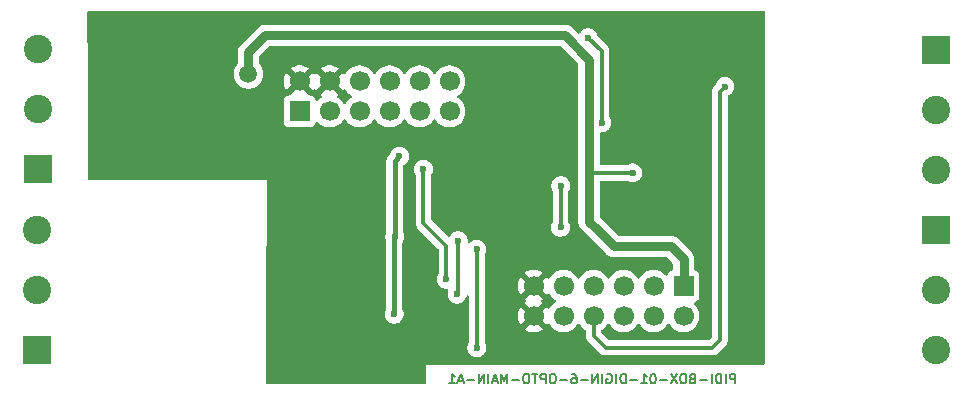
<source format=gbr>
%TF.GenerationSoftware,KiCad,Pcbnew,9.0.6*%
%TF.CreationDate,2025-12-26T20:16:36+00:00*%
%TF.ProjectId,PIDI-BOX-01-DIGIN-6-OPTO-MAIN-A1,50494449-2d42-44f5-982d-30312d444947,rev?*%
%TF.SameCoordinates,Original*%
%TF.FileFunction,Copper,L2,Bot*%
%TF.FilePolarity,Positive*%
%FSLAX46Y46*%
G04 Gerber Fmt 4.6, Leading zero omitted, Abs format (unit mm)*
G04 Created by KiCad (PCBNEW 9.0.6) date 2025-12-26 20:16:36*
%MOMM*%
%LPD*%
G01*
G04 APERTURE LIST*
%ADD10C,0.150000*%
%TA.AperFunction,NonConductor*%
%ADD11C,0.150000*%
%TD*%
%TA.AperFunction,ComponentPad*%
%ADD12R,2.400000X2.400000*%
%TD*%
%TA.AperFunction,ComponentPad*%
%ADD13C,2.400000*%
%TD*%
%TA.AperFunction,ComponentPad*%
%ADD14R,1.700000X1.700000*%
%TD*%
%TA.AperFunction,ComponentPad*%
%ADD15C,1.700000*%
%TD*%
%TA.AperFunction,ViaPad*%
%ADD16C,0.600000*%
%TD*%
%TA.AperFunction,ViaPad*%
%ADD17C,1.500000*%
%TD*%
%TA.AperFunction,ViaPad*%
%ADD18C,1.200000*%
%TD*%
%TA.AperFunction,Conductor*%
%ADD19C,0.800000*%
%TD*%
%TA.AperFunction,Conductor*%
%ADD20C,0.400000*%
%TD*%
%TA.AperFunction,Conductor*%
%ADD21C,0.300000*%
%TD*%
G04 APERTURE END LIST*
D10*
D11*
X170856039Y-88032295D02*
X170856039Y-87232295D01*
X170856039Y-87232295D02*
X170551277Y-87232295D01*
X170551277Y-87232295D02*
X170475087Y-87270390D01*
X170475087Y-87270390D02*
X170436992Y-87308485D01*
X170436992Y-87308485D02*
X170398896Y-87384676D01*
X170398896Y-87384676D02*
X170398896Y-87498961D01*
X170398896Y-87498961D02*
X170436992Y-87575152D01*
X170436992Y-87575152D02*
X170475087Y-87613247D01*
X170475087Y-87613247D02*
X170551277Y-87651342D01*
X170551277Y-87651342D02*
X170856039Y-87651342D01*
X170056039Y-88032295D02*
X170056039Y-87232295D01*
X169675087Y-88032295D02*
X169675087Y-87232295D01*
X169675087Y-87232295D02*
X169484611Y-87232295D01*
X169484611Y-87232295D02*
X169370325Y-87270390D01*
X169370325Y-87270390D02*
X169294135Y-87346580D01*
X169294135Y-87346580D02*
X169256040Y-87422771D01*
X169256040Y-87422771D02*
X169217944Y-87575152D01*
X169217944Y-87575152D02*
X169217944Y-87689438D01*
X169217944Y-87689438D02*
X169256040Y-87841819D01*
X169256040Y-87841819D02*
X169294135Y-87918009D01*
X169294135Y-87918009D02*
X169370325Y-87994200D01*
X169370325Y-87994200D02*
X169484611Y-88032295D01*
X169484611Y-88032295D02*
X169675087Y-88032295D01*
X168875087Y-88032295D02*
X168875087Y-87232295D01*
X168494135Y-87727533D02*
X167884612Y-87727533D01*
X167236993Y-87613247D02*
X167122707Y-87651342D01*
X167122707Y-87651342D02*
X167084612Y-87689438D01*
X167084612Y-87689438D02*
X167046516Y-87765628D01*
X167046516Y-87765628D02*
X167046516Y-87879914D01*
X167046516Y-87879914D02*
X167084612Y-87956104D01*
X167084612Y-87956104D02*
X167122707Y-87994200D01*
X167122707Y-87994200D02*
X167198897Y-88032295D01*
X167198897Y-88032295D02*
X167503659Y-88032295D01*
X167503659Y-88032295D02*
X167503659Y-87232295D01*
X167503659Y-87232295D02*
X167236993Y-87232295D01*
X167236993Y-87232295D02*
X167160802Y-87270390D01*
X167160802Y-87270390D02*
X167122707Y-87308485D01*
X167122707Y-87308485D02*
X167084612Y-87384676D01*
X167084612Y-87384676D02*
X167084612Y-87460866D01*
X167084612Y-87460866D02*
X167122707Y-87537057D01*
X167122707Y-87537057D02*
X167160802Y-87575152D01*
X167160802Y-87575152D02*
X167236993Y-87613247D01*
X167236993Y-87613247D02*
X167503659Y-87613247D01*
X166551278Y-87232295D02*
X166398897Y-87232295D01*
X166398897Y-87232295D02*
X166322707Y-87270390D01*
X166322707Y-87270390D02*
X166246516Y-87346580D01*
X166246516Y-87346580D02*
X166208421Y-87498961D01*
X166208421Y-87498961D02*
X166208421Y-87765628D01*
X166208421Y-87765628D02*
X166246516Y-87918009D01*
X166246516Y-87918009D02*
X166322707Y-87994200D01*
X166322707Y-87994200D02*
X166398897Y-88032295D01*
X166398897Y-88032295D02*
X166551278Y-88032295D01*
X166551278Y-88032295D02*
X166627469Y-87994200D01*
X166627469Y-87994200D02*
X166703659Y-87918009D01*
X166703659Y-87918009D02*
X166741755Y-87765628D01*
X166741755Y-87765628D02*
X166741755Y-87498961D01*
X166741755Y-87498961D02*
X166703659Y-87346580D01*
X166703659Y-87346580D02*
X166627469Y-87270390D01*
X166627469Y-87270390D02*
X166551278Y-87232295D01*
X165941755Y-87232295D02*
X165408421Y-88032295D01*
X165408421Y-87232295D02*
X165941755Y-88032295D01*
X165103659Y-87727533D02*
X164494136Y-87727533D01*
X163960802Y-87232295D02*
X163884612Y-87232295D01*
X163884612Y-87232295D02*
X163808421Y-87270390D01*
X163808421Y-87270390D02*
X163770326Y-87308485D01*
X163770326Y-87308485D02*
X163732231Y-87384676D01*
X163732231Y-87384676D02*
X163694136Y-87537057D01*
X163694136Y-87537057D02*
X163694136Y-87727533D01*
X163694136Y-87727533D02*
X163732231Y-87879914D01*
X163732231Y-87879914D02*
X163770326Y-87956104D01*
X163770326Y-87956104D02*
X163808421Y-87994200D01*
X163808421Y-87994200D02*
X163884612Y-88032295D01*
X163884612Y-88032295D02*
X163960802Y-88032295D01*
X163960802Y-88032295D02*
X164036993Y-87994200D01*
X164036993Y-87994200D02*
X164075088Y-87956104D01*
X164075088Y-87956104D02*
X164113183Y-87879914D01*
X164113183Y-87879914D02*
X164151279Y-87727533D01*
X164151279Y-87727533D02*
X164151279Y-87537057D01*
X164151279Y-87537057D02*
X164113183Y-87384676D01*
X164113183Y-87384676D02*
X164075088Y-87308485D01*
X164075088Y-87308485D02*
X164036993Y-87270390D01*
X164036993Y-87270390D02*
X163960802Y-87232295D01*
X162932231Y-88032295D02*
X163389374Y-88032295D01*
X163160802Y-88032295D02*
X163160802Y-87232295D01*
X163160802Y-87232295D02*
X163236993Y-87346580D01*
X163236993Y-87346580D02*
X163313183Y-87422771D01*
X163313183Y-87422771D02*
X163389374Y-87460866D01*
X162589373Y-87727533D02*
X161979850Y-87727533D01*
X161598897Y-88032295D02*
X161598897Y-87232295D01*
X161598897Y-87232295D02*
X161408421Y-87232295D01*
X161408421Y-87232295D02*
X161294135Y-87270390D01*
X161294135Y-87270390D02*
X161217945Y-87346580D01*
X161217945Y-87346580D02*
X161179850Y-87422771D01*
X161179850Y-87422771D02*
X161141754Y-87575152D01*
X161141754Y-87575152D02*
X161141754Y-87689438D01*
X161141754Y-87689438D02*
X161179850Y-87841819D01*
X161179850Y-87841819D02*
X161217945Y-87918009D01*
X161217945Y-87918009D02*
X161294135Y-87994200D01*
X161294135Y-87994200D02*
X161408421Y-88032295D01*
X161408421Y-88032295D02*
X161598897Y-88032295D01*
X160798897Y-88032295D02*
X160798897Y-87232295D01*
X159998898Y-87270390D02*
X160075088Y-87232295D01*
X160075088Y-87232295D02*
X160189374Y-87232295D01*
X160189374Y-87232295D02*
X160303660Y-87270390D01*
X160303660Y-87270390D02*
X160379850Y-87346580D01*
X160379850Y-87346580D02*
X160417945Y-87422771D01*
X160417945Y-87422771D02*
X160456041Y-87575152D01*
X160456041Y-87575152D02*
X160456041Y-87689438D01*
X160456041Y-87689438D02*
X160417945Y-87841819D01*
X160417945Y-87841819D02*
X160379850Y-87918009D01*
X160379850Y-87918009D02*
X160303660Y-87994200D01*
X160303660Y-87994200D02*
X160189374Y-88032295D01*
X160189374Y-88032295D02*
X160113183Y-88032295D01*
X160113183Y-88032295D02*
X159998898Y-87994200D01*
X159998898Y-87994200D02*
X159960802Y-87956104D01*
X159960802Y-87956104D02*
X159960802Y-87689438D01*
X159960802Y-87689438D02*
X160113183Y-87689438D01*
X159617945Y-88032295D02*
X159617945Y-87232295D01*
X159236993Y-88032295D02*
X159236993Y-87232295D01*
X159236993Y-87232295D02*
X158779850Y-88032295D01*
X158779850Y-88032295D02*
X158779850Y-87232295D01*
X158398898Y-87727533D02*
X157789375Y-87727533D01*
X157065565Y-87232295D02*
X157217946Y-87232295D01*
X157217946Y-87232295D02*
X157294137Y-87270390D01*
X157294137Y-87270390D02*
X157332232Y-87308485D01*
X157332232Y-87308485D02*
X157408422Y-87422771D01*
X157408422Y-87422771D02*
X157446518Y-87575152D01*
X157446518Y-87575152D02*
X157446518Y-87879914D01*
X157446518Y-87879914D02*
X157408422Y-87956104D01*
X157408422Y-87956104D02*
X157370327Y-87994200D01*
X157370327Y-87994200D02*
X157294137Y-88032295D01*
X157294137Y-88032295D02*
X157141756Y-88032295D01*
X157141756Y-88032295D02*
X157065565Y-87994200D01*
X157065565Y-87994200D02*
X157027470Y-87956104D01*
X157027470Y-87956104D02*
X156989375Y-87879914D01*
X156989375Y-87879914D02*
X156989375Y-87689438D01*
X156989375Y-87689438D02*
X157027470Y-87613247D01*
X157027470Y-87613247D02*
X157065565Y-87575152D01*
X157065565Y-87575152D02*
X157141756Y-87537057D01*
X157141756Y-87537057D02*
X157294137Y-87537057D01*
X157294137Y-87537057D02*
X157370327Y-87575152D01*
X157370327Y-87575152D02*
X157408422Y-87613247D01*
X157408422Y-87613247D02*
X157446518Y-87689438D01*
X156646517Y-87727533D02*
X156036994Y-87727533D01*
X155503660Y-87232295D02*
X155351279Y-87232295D01*
X155351279Y-87232295D02*
X155275089Y-87270390D01*
X155275089Y-87270390D02*
X155198898Y-87346580D01*
X155198898Y-87346580D02*
X155160803Y-87498961D01*
X155160803Y-87498961D02*
X155160803Y-87765628D01*
X155160803Y-87765628D02*
X155198898Y-87918009D01*
X155198898Y-87918009D02*
X155275089Y-87994200D01*
X155275089Y-87994200D02*
X155351279Y-88032295D01*
X155351279Y-88032295D02*
X155503660Y-88032295D01*
X155503660Y-88032295D02*
X155579851Y-87994200D01*
X155579851Y-87994200D02*
X155656041Y-87918009D01*
X155656041Y-87918009D02*
X155694137Y-87765628D01*
X155694137Y-87765628D02*
X155694137Y-87498961D01*
X155694137Y-87498961D02*
X155656041Y-87346580D01*
X155656041Y-87346580D02*
X155579851Y-87270390D01*
X155579851Y-87270390D02*
X155503660Y-87232295D01*
X154817946Y-88032295D02*
X154817946Y-87232295D01*
X154817946Y-87232295D02*
X154513184Y-87232295D01*
X154513184Y-87232295D02*
X154436994Y-87270390D01*
X154436994Y-87270390D02*
X154398899Y-87308485D01*
X154398899Y-87308485D02*
X154360803Y-87384676D01*
X154360803Y-87384676D02*
X154360803Y-87498961D01*
X154360803Y-87498961D02*
X154398899Y-87575152D01*
X154398899Y-87575152D02*
X154436994Y-87613247D01*
X154436994Y-87613247D02*
X154513184Y-87651342D01*
X154513184Y-87651342D02*
X154817946Y-87651342D01*
X154132232Y-87232295D02*
X153675089Y-87232295D01*
X153903661Y-88032295D02*
X153903661Y-87232295D01*
X153256041Y-87232295D02*
X153103660Y-87232295D01*
X153103660Y-87232295D02*
X153027470Y-87270390D01*
X153027470Y-87270390D02*
X152951279Y-87346580D01*
X152951279Y-87346580D02*
X152913184Y-87498961D01*
X152913184Y-87498961D02*
X152913184Y-87765628D01*
X152913184Y-87765628D02*
X152951279Y-87918009D01*
X152951279Y-87918009D02*
X153027470Y-87994200D01*
X153027470Y-87994200D02*
X153103660Y-88032295D01*
X153103660Y-88032295D02*
X153256041Y-88032295D01*
X153256041Y-88032295D02*
X153332232Y-87994200D01*
X153332232Y-87994200D02*
X153408422Y-87918009D01*
X153408422Y-87918009D02*
X153446518Y-87765628D01*
X153446518Y-87765628D02*
X153446518Y-87498961D01*
X153446518Y-87498961D02*
X153408422Y-87346580D01*
X153408422Y-87346580D02*
X153332232Y-87270390D01*
X153332232Y-87270390D02*
X153256041Y-87232295D01*
X152570327Y-87727533D02*
X151960804Y-87727533D01*
X151579851Y-88032295D02*
X151579851Y-87232295D01*
X151579851Y-87232295D02*
X151313185Y-87803723D01*
X151313185Y-87803723D02*
X151046518Y-87232295D01*
X151046518Y-87232295D02*
X151046518Y-88032295D01*
X150703661Y-87803723D02*
X150322708Y-87803723D01*
X150779851Y-88032295D02*
X150513184Y-87232295D01*
X150513184Y-87232295D02*
X150246518Y-88032295D01*
X149979851Y-88032295D02*
X149979851Y-87232295D01*
X149598899Y-88032295D02*
X149598899Y-87232295D01*
X149598899Y-87232295D02*
X149141756Y-88032295D01*
X149141756Y-88032295D02*
X149141756Y-87232295D01*
X148760804Y-87727533D02*
X148151281Y-87727533D01*
X147808424Y-87803723D02*
X147427471Y-87803723D01*
X147884614Y-88032295D02*
X147617947Y-87232295D01*
X147617947Y-87232295D02*
X147351281Y-88032295D01*
X146665567Y-88032295D02*
X147122710Y-88032295D01*
X146894138Y-88032295D02*
X146894138Y-87232295D01*
X146894138Y-87232295D02*
X146970329Y-87346580D01*
X146970329Y-87346580D02*
X147046519Y-87422771D01*
X147046519Y-87422771D02*
X147122710Y-87460866D01*
D12*
%TO.P,J1,1,1*%
%TO.N,Net-(J1-Pad1)*%
X187883800Y-75031600D03*
D13*
%TO.P,J1,2,2*%
%TO.N,Net-(IC1-Pad2)*%
X187883800Y-80111600D03*
%TO.P,J1,3,3*%
%TO.N,Net-(J1-Pad3)*%
X187883800Y-85191600D03*
%TD*%
D12*
%TO.P,J4,1,1*%
%TO.N,Net-(J4-Pad1)*%
X111788600Y-85158000D03*
D13*
%TO.P,J4,2,2*%
%TO.N,Net-(J4-Pad2)*%
X111788600Y-80078000D03*
%TO.P,J4,3,3*%
%TO.N,Net-(J4-Pad3)*%
X111788600Y-74998000D03*
%TD*%
D12*
%TO.P,J3,1,1*%
%TO.N,Net-(IC4-Pad1)*%
X111810800Y-69875400D03*
D13*
%TO.P,J3,2,2*%
%TO.N,GND*%
X111810800Y-64795400D03*
%TO.P,J3,3,3*%
%TO.N,Net-(D2-A)*%
X111810800Y-59715400D03*
%TD*%
D14*
%TO.P,J5,1,Pin_1*%
%TO.N,+12V*%
X133985000Y-64998600D03*
D15*
%TO.P,J5,2,Pin_2*%
%TO.N,GND*%
X133985000Y-62458600D03*
%TO.P,J5,3,Pin_3*%
%TO.N,unconnected-(J5-Pin_3-Pad3)*%
X136525000Y-64998600D03*
%TO.P,J5,4,Pin_4*%
%TO.N,GND*%
X136525000Y-62458600D03*
%TO.P,J5,5,Pin_5*%
%TO.N,P1*%
X139065000Y-64998600D03*
%TO.P,J5,6,Pin_6*%
%TO.N,P0*%
X139065000Y-62458600D03*
%TO.P,J5,7,Pin_7*%
%TO.N,P5*%
X141605000Y-64998600D03*
%TO.P,J5,8,Pin_8*%
%TO.N,P2*%
X141605000Y-62458600D03*
%TO.P,J5,9,Pin_9*%
%TO.N,unconnected-(J5-Pin_9-Pad9)*%
X144145000Y-64998600D03*
%TO.P,J5,10,Pin_10*%
%TO.N,unconnected-(J5-Pin_10-Pad10)*%
X144145000Y-62458600D03*
%TO.P,J5,11,Pin_11*%
%TO.N,P4*%
X146685000Y-64998600D03*
%TO.P,J5,12,Pin_12*%
%TO.N,P3*%
X146685000Y-62458600D03*
%TD*%
D12*
%TO.P,J2,1,1*%
%TO.N,Net-(IC3-Pad2)*%
X187833800Y-59781600D03*
D13*
%TO.P,J2,2,2*%
%TO.N,Net-(J2-Pad2)*%
X187833800Y-64861600D03*
%TO.P,J2,3,3*%
%TO.N,Net-(IC2-Pad2)*%
X187833800Y-69941600D03*
%TD*%
D14*
%TO.P,J6,1,Pin_1*%
%TO.N,+12V*%
X166497000Y-79781400D03*
D15*
%TO.P,J6,2,Pin_2*%
%TO.N,S6*%
X166497000Y-82321400D03*
%TO.P,J6,3,Pin_3*%
%TO.N,unconnected-(J6-Pin_3-Pad3)*%
X163957000Y-79781400D03*
%TO.P,J6,4,Pin_4*%
%TO.N,S5*%
X163957000Y-82321400D03*
%TO.P,J6,5,Pin_5*%
%TO.N,unconnected-(J6-Pin_5-Pad5)*%
X161417000Y-79781400D03*
%TO.P,J6,6,Pin_6*%
%TO.N,S4*%
X161417000Y-82321400D03*
%TO.P,J6,7,Pin_7*%
%TO.N,unconnected-(J6-Pin_7-Pad7)*%
X158877000Y-79781400D03*
%TO.P,J6,8,Pin_8*%
%TO.N,S3*%
X158877000Y-82321400D03*
%TO.P,J6,9,Pin_9*%
%TO.N,S1*%
X156337000Y-79781400D03*
%TO.P,J6,10,Pin_10*%
%TO.N,S2*%
X156337000Y-82321400D03*
%TO.P,J6,11,Pin_11*%
%TO.N,GND*%
X153797000Y-79781400D03*
%TO.P,J6,12,Pin_12*%
X153797000Y-82321400D03*
%TD*%
D16*
%TO.N,+12V*%
X141991600Y-82169000D03*
X158496000Y-62941200D03*
X162179000Y-70205600D03*
X142042400Y-75595000D03*
X142448800Y-68808600D03*
X158496000Y-64973200D03*
X140614400Y-58547000D03*
D17*
X129660400Y-61823600D03*
D16*
X159156400Y-74980800D03*
X163855400Y-76428600D03*
%TO.N,GND*%
X139019800Y-71653400D03*
X132384800Y-77266800D03*
D18*
X117729000Y-66090800D03*
D16*
X141432800Y-86029800D03*
X132334000Y-87477600D03*
X163703000Y-72047600D03*
X132410200Y-82423000D03*
X171754800Y-67505600D03*
X137953000Y-80035400D03*
X170484800Y-59994800D03*
X131572000Y-69570600D03*
X171881800Y-77647800D03*
%TO.N,S6*%
X146405600Y-79207600D03*
X144475000Y-69875000D03*
%TO.N,S3*%
X170002200Y-62890400D03*
%TO.N,S2*%
X156083000Y-74803000D03*
X156108400Y-71297800D03*
%TO.N,P3*%
X148996400Y-76657200D03*
X148996400Y-85013800D03*
%TO.N,P1*%
X159575000Y-65938400D03*
X158425000Y-58750200D03*
%TO.N,P4*%
X147421600Y-75946000D03*
X147320000Y-80492600D03*
%TD*%
D19*
%TO.N,+12V*%
X163855400Y-76428600D02*
X165430200Y-76428600D01*
D20*
X141991600Y-75645800D02*
X141991600Y-82169000D01*
D19*
X158496000Y-60604400D02*
X158496000Y-62941200D01*
X129641600Y-59994800D02*
X131089400Y-58547000D01*
X129660400Y-61823600D02*
X129641600Y-61804800D01*
X165430200Y-76428600D02*
X166497000Y-77495400D01*
D21*
X162179000Y-70205600D02*
X158546800Y-70205600D01*
D19*
X159156400Y-74980800D02*
X160604200Y-76428600D01*
D20*
X142042400Y-75595000D02*
X141991600Y-75645800D01*
X142042400Y-75595000D02*
X142042400Y-69215000D01*
D19*
X129641600Y-61804800D02*
X129641600Y-59994800D01*
X158496000Y-74320400D02*
X158496000Y-70154800D01*
X156438600Y-58547000D02*
X158496000Y-60604400D01*
X158496000Y-62941200D02*
X158496000Y-67183000D01*
X140614400Y-58547000D02*
X156438600Y-58547000D01*
X159156400Y-74980800D02*
X158496000Y-74320400D01*
D21*
X158546800Y-70205600D02*
X158496000Y-70154800D01*
D19*
X131089400Y-58547000D02*
X140614400Y-58547000D01*
D20*
X142042400Y-69215000D02*
X142448800Y-68808600D01*
D19*
X158496000Y-67183000D02*
X158496000Y-70154800D01*
X160604200Y-76428600D02*
X164363400Y-76428600D01*
X166497000Y-77495400D02*
X166497000Y-79781400D01*
D21*
%TO.N,S6*%
X144475000Y-69875000D02*
X144475000Y-74447200D01*
X146405600Y-76377800D02*
X146405600Y-79207600D01*
X144475000Y-74447200D02*
X146405600Y-76377800D01*
%TO.N,S3*%
X169570400Y-84353400D02*
X168910000Y-85013800D01*
X158877000Y-83997800D02*
X158877000Y-82321400D01*
X159893000Y-85013800D02*
X158877000Y-83997800D01*
X168910000Y-85013800D02*
X159893000Y-85013800D01*
X169570400Y-63322200D02*
X169570400Y-84353400D01*
X170002200Y-62890400D02*
X169570400Y-63322200D01*
%TO.N,S2*%
X156108400Y-71551800D02*
X156083000Y-71577200D01*
X156108400Y-71297800D02*
X156108400Y-71551800D01*
X156083000Y-71577200D02*
X156083000Y-74803000D01*
%TO.N,P3*%
X148996400Y-76657200D02*
X148996400Y-85013800D01*
%TO.N,P1*%
X158425200Y-58750200D02*
X159575000Y-59900000D01*
X158425000Y-58750200D02*
X158425200Y-58750200D01*
X159575000Y-59900000D02*
X159575000Y-65938400D01*
%TO.N,P4*%
X147421600Y-75946000D02*
X147421600Y-80391000D01*
X147421600Y-80391000D02*
X147320000Y-80492600D01*
%TD*%
%TA.AperFunction,Conductor*%
%TO.N,GND*%
G36*
X154912270Y-80543117D02*
G01*
X154912270Y-80543116D01*
X154951622Y-80488955D01*
X154956232Y-80479907D01*
X155004205Y-80429109D01*
X155072025Y-80412312D01*
X155138161Y-80434847D01*
X155177204Y-80479904D01*
X155181949Y-80489217D01*
X155306890Y-80661186D01*
X155457213Y-80811509D01*
X155629182Y-80936450D01*
X155637946Y-80940916D01*
X155688742Y-80988891D01*
X155705536Y-81056712D01*
X155682998Y-81122847D01*
X155637946Y-81161884D01*
X155629182Y-81166349D01*
X155457213Y-81291290D01*
X155306890Y-81441613D01*
X155181949Y-81613582D01*
X155177202Y-81622899D01*
X155129227Y-81673693D01*
X155061405Y-81690487D01*
X154995271Y-81667948D01*
X154956234Y-81622895D01*
X154951626Y-81613852D01*
X154912270Y-81559682D01*
X154912269Y-81559682D01*
X154279962Y-82191990D01*
X154262925Y-82128407D01*
X154197099Y-82014393D01*
X154104007Y-81921301D01*
X153989993Y-81855475D01*
X153926409Y-81838437D01*
X154558716Y-81206128D01*
X154504550Y-81166775D01*
X154494954Y-81161886D01*
X154444157Y-81113912D01*
X154427361Y-81046092D01*
X154449897Y-80979956D01*
X154494954Y-80940914D01*
X154504554Y-80936022D01*
X154558716Y-80896670D01*
X154558717Y-80896670D01*
X153926408Y-80264362D01*
X153989993Y-80247325D01*
X154104007Y-80181499D01*
X154197099Y-80088407D01*
X154262925Y-79974393D01*
X154279962Y-79910809D01*
X154912270Y-80543117D01*
G37*
%TD.AperFunction*%
%TA.AperFunction,Conductor*%
G36*
X137640270Y-63220317D02*
G01*
X137640270Y-63220316D01*
X137679622Y-63166155D01*
X137684232Y-63157107D01*
X137732205Y-63106309D01*
X137800025Y-63089512D01*
X137866161Y-63112047D01*
X137905204Y-63157104D01*
X137909949Y-63166417D01*
X138034890Y-63338386D01*
X138185213Y-63488709D01*
X138357182Y-63613650D01*
X138365946Y-63618116D01*
X138416742Y-63666091D01*
X138433536Y-63733912D01*
X138410998Y-63800047D01*
X138365946Y-63839084D01*
X138357182Y-63843549D01*
X138185213Y-63968490D01*
X138034890Y-64118813D01*
X137909949Y-64290782D01*
X137905484Y-64299546D01*
X137857509Y-64350342D01*
X137789688Y-64367136D01*
X137723553Y-64344598D01*
X137684516Y-64299546D01*
X137680050Y-64290782D01*
X137555109Y-64118813D01*
X137404786Y-63968490D01*
X137232817Y-63843549D01*
X137223504Y-63838804D01*
X137172707Y-63790830D01*
X137155912Y-63723009D01*
X137178449Y-63656874D01*
X137223507Y-63617832D01*
X137232555Y-63613222D01*
X137286716Y-63573870D01*
X137286717Y-63573870D01*
X136654408Y-62941562D01*
X136717993Y-62924525D01*
X136832007Y-62858699D01*
X136925099Y-62765607D01*
X136990925Y-62651593D01*
X137007962Y-62588008D01*
X137640270Y-63220317D01*
G37*
%TD.AperFunction*%
%TA.AperFunction,Conductor*%
G36*
X136059075Y-62651593D02*
G01*
X136124901Y-62765607D01*
X136217993Y-62858699D01*
X136332007Y-62924525D01*
X136395590Y-62941562D01*
X135763282Y-63573869D01*
X135763282Y-63573870D01*
X135817452Y-63613226D01*
X135817451Y-63613226D01*
X135826495Y-63617834D01*
X135877292Y-63665808D01*
X135894087Y-63733629D01*
X135871550Y-63799764D01*
X135826499Y-63838802D01*
X135817182Y-63843549D01*
X135645215Y-63968489D01*
X135531673Y-64082031D01*
X135470350Y-64115515D01*
X135400658Y-64110531D01*
X135344725Y-64068659D01*
X135327810Y-64037682D01*
X135278797Y-63906271D01*
X135278793Y-63906264D01*
X135192547Y-63791055D01*
X135192544Y-63791052D01*
X135077335Y-63704806D01*
X135077328Y-63704802D01*
X134942482Y-63654508D01*
X134942483Y-63654508D01*
X134882883Y-63648101D01*
X134882881Y-63648100D01*
X134882873Y-63648100D01*
X134882865Y-63648100D01*
X134872309Y-63648100D01*
X134805270Y-63628415D01*
X134784628Y-63611781D01*
X134114408Y-62941562D01*
X134177993Y-62924525D01*
X134292007Y-62858699D01*
X134385099Y-62765607D01*
X134450925Y-62651593D01*
X134467962Y-62588009D01*
X135100270Y-63220317D01*
X135100270Y-63220316D01*
X135139622Y-63166154D01*
X135144514Y-63156554D01*
X135192488Y-63105757D01*
X135260308Y-63088961D01*
X135326444Y-63111497D01*
X135365486Y-63156554D01*
X135370375Y-63166150D01*
X135409728Y-63220316D01*
X136042037Y-62588008D01*
X136059075Y-62651593D01*
G37*
%TD.AperFunction*%
%TA.AperFunction,Conductor*%
G36*
X173373495Y-56476385D02*
G01*
X173419250Y-56529189D01*
X173430456Y-56581013D01*
X173355312Y-86337913D01*
X173335458Y-86404903D01*
X173282538Y-86450524D01*
X173231312Y-86461600D01*
X144729200Y-86461600D01*
X144729200Y-87937800D01*
X144709515Y-88004839D01*
X144656711Y-88050594D01*
X144605200Y-88061800D01*
X131239349Y-88061800D01*
X131172310Y-88042115D01*
X131126555Y-87989311D01*
X131115350Y-87937252D01*
X131121919Y-86450524D01*
X131141184Y-82090153D01*
X141191100Y-82090153D01*
X141191100Y-82247846D01*
X141221861Y-82402489D01*
X141221864Y-82402501D01*
X141282202Y-82548172D01*
X141282209Y-82548185D01*
X141369810Y-82679288D01*
X141369813Y-82679292D01*
X141481307Y-82790786D01*
X141481311Y-82790789D01*
X141612414Y-82878390D01*
X141612427Y-82878397D01*
X141758098Y-82938735D01*
X141758103Y-82938737D01*
X141910792Y-82969109D01*
X141912753Y-82969499D01*
X141912756Y-82969500D01*
X141912758Y-82969500D01*
X142070444Y-82969500D01*
X142070445Y-82969499D01*
X142225097Y-82938737D01*
X142370779Y-82878394D01*
X142501889Y-82790789D01*
X142613389Y-82679289D01*
X142700994Y-82548179D01*
X142761337Y-82402497D01*
X142792100Y-82247842D01*
X142792100Y-82090158D01*
X142792100Y-82090155D01*
X142792099Y-82090153D01*
X142761338Y-81935510D01*
X142761337Y-81935503D01*
X142728189Y-81855475D01*
X142701539Y-81791136D01*
X142692100Y-81743684D01*
X142692100Y-76101132D01*
X142711785Y-76034093D01*
X142712963Y-76032292D01*
X142751794Y-75974179D01*
X142812137Y-75828497D01*
X142836389Y-75706573D01*
X142842900Y-75673843D01*
X142842900Y-75516155D01*
X142842899Y-75516153D01*
X142812138Y-75361510D01*
X142812137Y-75361503D01*
X142760405Y-75236609D01*
X142752339Y-75217136D01*
X142742900Y-75169684D01*
X142742900Y-69796153D01*
X143674500Y-69796153D01*
X143674500Y-69953846D01*
X143705261Y-70108489D01*
X143705264Y-70108501D01*
X143765602Y-70254172D01*
X143765606Y-70254179D01*
X143803602Y-70311044D01*
X143824480Y-70377721D01*
X143824500Y-70379935D01*
X143824500Y-74511270D01*
X143836084Y-74569502D01*
X143836084Y-74569504D01*
X143849497Y-74636936D01*
X143849499Y-74636944D01*
X143898534Y-74755325D01*
X143969726Y-74861873D01*
X143969727Y-74861874D01*
X145718781Y-76610927D01*
X145752266Y-76672250D01*
X145755100Y-76698608D01*
X145755100Y-78702664D01*
X145735415Y-78769703D01*
X145734203Y-78771554D01*
X145696208Y-78828417D01*
X145696202Y-78828428D01*
X145635864Y-78974098D01*
X145635861Y-78974110D01*
X145605100Y-79128753D01*
X145605100Y-79286446D01*
X145635861Y-79441089D01*
X145635864Y-79441101D01*
X145696202Y-79586772D01*
X145696209Y-79586785D01*
X145783810Y-79717888D01*
X145783813Y-79717892D01*
X145895307Y-79829386D01*
X145895311Y-79829389D01*
X146026414Y-79916990D01*
X146026427Y-79916997D01*
X146172098Y-79977335D01*
X146172103Y-79977337D01*
X146326753Y-80008099D01*
X146326756Y-80008100D01*
X146468652Y-80008100D01*
X146535691Y-80027785D01*
X146581446Y-80080589D01*
X146591390Y-80149747D01*
X146583213Y-80179552D01*
X146550264Y-80259098D01*
X146550261Y-80259110D01*
X146519500Y-80413753D01*
X146519500Y-80571446D01*
X146550261Y-80726089D01*
X146550264Y-80726101D01*
X146610602Y-80871772D01*
X146610609Y-80871785D01*
X146698210Y-81002888D01*
X146698213Y-81002892D01*
X146809707Y-81114386D01*
X146809711Y-81114389D01*
X146940814Y-81201990D01*
X146940827Y-81201997D01*
X147086498Y-81262335D01*
X147086503Y-81262337D01*
X147232059Y-81291290D01*
X147241153Y-81293099D01*
X147241156Y-81293100D01*
X147241158Y-81293100D01*
X147398844Y-81293100D01*
X147398845Y-81293099D01*
X147553497Y-81262337D01*
X147699179Y-81201994D01*
X147830289Y-81114389D01*
X147941789Y-81002889D01*
X148029394Y-80871779D01*
X148089737Y-80726097D01*
X148100283Y-80673081D01*
X148132668Y-80611170D01*
X148193383Y-80576596D01*
X148263153Y-80580335D01*
X148319825Y-80621202D01*
X148345406Y-80686220D01*
X148345900Y-80697272D01*
X148345900Y-84508864D01*
X148326215Y-84575903D01*
X148325003Y-84577754D01*
X148287008Y-84634617D01*
X148287002Y-84634628D01*
X148226664Y-84780298D01*
X148226661Y-84780310D01*
X148195900Y-84934953D01*
X148195900Y-85092646D01*
X148226661Y-85247289D01*
X148226664Y-85247301D01*
X148287002Y-85392972D01*
X148287009Y-85392985D01*
X148374610Y-85524088D01*
X148374613Y-85524092D01*
X148486107Y-85635586D01*
X148486111Y-85635589D01*
X148617214Y-85723190D01*
X148617227Y-85723197D01*
X148762898Y-85783535D01*
X148762903Y-85783537D01*
X148917553Y-85814299D01*
X148917556Y-85814300D01*
X148917558Y-85814300D01*
X149075244Y-85814300D01*
X149075245Y-85814299D01*
X149229897Y-85783537D01*
X149375579Y-85723194D01*
X149506689Y-85635589D01*
X149618189Y-85524089D01*
X149705794Y-85392979D01*
X149766137Y-85247297D01*
X149796900Y-85092642D01*
X149796900Y-84934958D01*
X149796900Y-84934955D01*
X149796899Y-84934953D01*
X149766138Y-84780310D01*
X149766137Y-84780303D01*
X149761069Y-84768067D01*
X149705797Y-84634628D01*
X149705796Y-84634627D01*
X149705794Y-84634621D01*
X149667796Y-84577753D01*
X149646920Y-84511076D01*
X149646900Y-84508864D01*
X149646900Y-77162135D01*
X149666585Y-77095096D01*
X149667766Y-77093290D01*
X149705794Y-77036379D01*
X149716419Y-77010729D01*
X149766135Y-76890701D01*
X149766137Y-76890697D01*
X149796900Y-76736042D01*
X149796900Y-76578358D01*
X149796900Y-76578355D01*
X149796899Y-76578353D01*
X149766138Y-76423710D01*
X149766137Y-76423703D01*
X149761836Y-76413320D01*
X149705797Y-76278027D01*
X149705790Y-76278014D01*
X149618189Y-76146911D01*
X149618186Y-76146907D01*
X149506692Y-76035413D01*
X149506688Y-76035410D01*
X149375585Y-75947809D01*
X149375572Y-75947802D01*
X149229901Y-75887464D01*
X149229889Y-75887461D01*
X149075245Y-75856700D01*
X149075242Y-75856700D01*
X148917558Y-75856700D01*
X148917555Y-75856700D01*
X148762910Y-75887461D01*
X148762898Y-75887464D01*
X148617227Y-75947802D01*
X148617214Y-75947809D01*
X148486111Y-76035410D01*
X148486107Y-76035413D01*
X148433781Y-76087740D01*
X148372458Y-76121225D01*
X148302766Y-76116241D01*
X148246833Y-76074369D01*
X148222416Y-76008905D01*
X148222100Y-76000059D01*
X148222100Y-75867155D01*
X148222099Y-75867153D01*
X148218730Y-75850218D01*
X148191337Y-75712503D01*
X148146187Y-75603500D01*
X148130997Y-75566827D01*
X148130990Y-75566814D01*
X148043389Y-75435711D01*
X148043386Y-75435707D01*
X147931892Y-75324213D01*
X147931888Y-75324210D01*
X147800785Y-75236609D01*
X147800772Y-75236602D01*
X147655101Y-75176264D01*
X147655089Y-75176261D01*
X147500445Y-75145500D01*
X147500442Y-75145500D01*
X147342758Y-75145500D01*
X147342755Y-75145500D01*
X147188110Y-75176261D01*
X147188098Y-75176264D01*
X147042427Y-75236602D01*
X147042414Y-75236609D01*
X146911311Y-75324210D01*
X146911307Y-75324213D01*
X146799813Y-75435707D01*
X146716985Y-75559667D01*
X146663372Y-75604471D01*
X146594047Y-75613178D01*
X146531020Y-75583023D01*
X146526202Y-75578456D01*
X145671899Y-74724153D01*
X155282500Y-74724153D01*
X155282500Y-74881846D01*
X155313261Y-75036489D01*
X155313264Y-75036501D01*
X155373602Y-75182172D01*
X155373609Y-75182185D01*
X155461210Y-75313288D01*
X155461213Y-75313292D01*
X155572707Y-75424786D01*
X155572711Y-75424789D01*
X155703814Y-75512390D01*
X155703827Y-75512397D01*
X155835220Y-75566821D01*
X155849503Y-75572737D01*
X155958641Y-75594446D01*
X156004153Y-75603499D01*
X156004156Y-75603500D01*
X156004158Y-75603500D01*
X156161844Y-75603500D01*
X156161845Y-75603499D01*
X156316497Y-75572737D01*
X156462179Y-75512394D01*
X156593289Y-75424789D01*
X156704789Y-75313289D01*
X156792394Y-75182179D01*
X156794845Y-75176263D01*
X156852735Y-75036501D01*
X156852737Y-75036497D01*
X156883500Y-74881842D01*
X156883500Y-74724158D01*
X156883500Y-74724155D01*
X156883499Y-74724153D01*
X156852738Y-74569510D01*
X156852737Y-74569503D01*
X156792394Y-74423821D01*
X156754396Y-74366953D01*
X156733520Y-74300276D01*
X156733500Y-74298064D01*
X156733500Y-71840748D01*
X156753185Y-71773709D01*
X156754360Y-71771912D01*
X156817794Y-71676979D01*
X156878137Y-71531297D01*
X156908900Y-71376642D01*
X156908900Y-71218958D01*
X156908900Y-71218955D01*
X156908899Y-71218953D01*
X156878138Y-71064310D01*
X156878137Y-71064303D01*
X156854029Y-71006100D01*
X156817797Y-70918627D01*
X156817790Y-70918614D01*
X156730189Y-70787511D01*
X156730186Y-70787507D01*
X156618692Y-70676013D01*
X156618688Y-70676010D01*
X156487585Y-70588409D01*
X156487572Y-70588402D01*
X156341901Y-70528064D01*
X156341889Y-70528061D01*
X156187245Y-70497300D01*
X156187242Y-70497300D01*
X156029558Y-70497300D01*
X156029555Y-70497300D01*
X155874910Y-70528061D01*
X155874898Y-70528064D01*
X155729227Y-70588402D01*
X155729214Y-70588409D01*
X155598111Y-70676010D01*
X155598107Y-70676013D01*
X155486613Y-70787507D01*
X155486610Y-70787511D01*
X155399009Y-70918614D01*
X155399002Y-70918627D01*
X155338664Y-71064298D01*
X155338661Y-71064310D01*
X155307900Y-71218953D01*
X155307900Y-71376646D01*
X155338661Y-71531289D01*
X155338664Y-71531301D01*
X155399002Y-71676972D01*
X155399007Y-71676981D01*
X155411601Y-71695828D01*
X155432480Y-71762505D01*
X155432500Y-71764721D01*
X155432500Y-74298064D01*
X155412815Y-74365103D01*
X155411603Y-74366954D01*
X155373608Y-74423817D01*
X155373602Y-74423828D01*
X155313264Y-74569498D01*
X155313261Y-74569510D01*
X155282500Y-74724153D01*
X145671899Y-74724153D01*
X145161819Y-74214073D01*
X145128334Y-74152750D01*
X145125500Y-74126392D01*
X145125500Y-70379935D01*
X145145185Y-70312896D01*
X145146366Y-70311090D01*
X145184394Y-70254179D01*
X145244737Y-70108497D01*
X145275500Y-69953842D01*
X145275500Y-69796158D01*
X145275500Y-69796155D01*
X145275499Y-69796153D01*
X145244738Y-69641510D01*
X145244737Y-69641503D01*
X145220841Y-69583813D01*
X145184397Y-69495827D01*
X145184390Y-69495814D01*
X145096789Y-69364711D01*
X145096786Y-69364707D01*
X144985292Y-69253213D01*
X144985288Y-69253210D01*
X144854185Y-69165609D01*
X144854172Y-69165602D01*
X144708501Y-69105264D01*
X144708489Y-69105261D01*
X144553845Y-69074500D01*
X144553842Y-69074500D01*
X144396158Y-69074500D01*
X144396155Y-69074500D01*
X144241510Y-69105261D01*
X144241498Y-69105264D01*
X144095827Y-69165602D01*
X144095814Y-69165609D01*
X143964711Y-69253210D01*
X143964707Y-69253213D01*
X143853213Y-69364707D01*
X143853210Y-69364711D01*
X143765609Y-69495814D01*
X143765602Y-69495827D01*
X143705264Y-69641498D01*
X143705261Y-69641510D01*
X143674500Y-69796153D01*
X142742900Y-69796153D01*
X142742900Y-69636088D01*
X142762585Y-69569049D01*
X142815389Y-69523294D01*
X142819429Y-69521535D01*
X142827979Y-69517994D01*
X142959089Y-69430389D01*
X143070589Y-69318889D01*
X143158194Y-69187779D01*
X143218537Y-69042097D01*
X143249300Y-68887442D01*
X143249300Y-68729758D01*
X143249300Y-68729755D01*
X143249299Y-68729753D01*
X143218537Y-68575103D01*
X143217991Y-68573785D01*
X143158197Y-68429427D01*
X143158190Y-68429414D01*
X143070589Y-68298311D01*
X143070586Y-68298307D01*
X142959092Y-68186813D01*
X142959088Y-68186810D01*
X142827985Y-68099209D01*
X142827972Y-68099202D01*
X142682301Y-68038864D01*
X142682289Y-68038861D01*
X142527645Y-68008100D01*
X142527642Y-68008100D01*
X142369958Y-68008100D01*
X142369955Y-68008100D01*
X142215310Y-68038861D01*
X142215298Y-68038864D01*
X142069627Y-68099202D01*
X142069614Y-68099209D01*
X141938511Y-68186810D01*
X141938507Y-68186813D01*
X141827013Y-68298307D01*
X141827010Y-68298311D01*
X141739409Y-68429414D01*
X141739404Y-68429424D01*
X141679608Y-68573785D01*
X141652729Y-68614013D01*
X141498284Y-68768459D01*
X141421622Y-68883192D01*
X141368821Y-69010667D01*
X141368818Y-69010679D01*
X141350005Y-69105261D01*
X141350005Y-69105264D01*
X141341900Y-69146006D01*
X141341900Y-75169684D01*
X141332461Y-75217136D01*
X141272664Y-75361498D01*
X141272661Y-75361510D01*
X141241900Y-75516153D01*
X141241900Y-75673843D01*
X141252898Y-75729136D01*
X141272663Y-75828497D01*
X141281661Y-75850222D01*
X141291100Y-75897672D01*
X141291100Y-81743684D01*
X141281661Y-81791136D01*
X141221864Y-81935498D01*
X141221861Y-81935510D01*
X141191100Y-82090153D01*
X131141184Y-82090153D01*
X131191000Y-70815200D01*
X116176590Y-70840391D01*
X116109518Y-70820819D01*
X116063674Y-70768092D01*
X116052382Y-70716611D01*
X116040796Y-64100735D01*
X132634500Y-64100735D01*
X132634500Y-65896470D01*
X132634501Y-65896476D01*
X132640908Y-65956083D01*
X132691202Y-66090928D01*
X132691206Y-66090935D01*
X132777452Y-66206144D01*
X132777455Y-66206147D01*
X132892664Y-66292393D01*
X132892671Y-66292397D01*
X133027517Y-66342691D01*
X133027516Y-66342691D01*
X133034444Y-66343435D01*
X133087127Y-66349100D01*
X134882872Y-66349099D01*
X134942483Y-66342691D01*
X135077331Y-66292396D01*
X135192546Y-66206146D01*
X135278796Y-66090931D01*
X135327810Y-65959516D01*
X135369681Y-65903584D01*
X135435145Y-65879166D01*
X135503418Y-65894017D01*
X135531673Y-65915169D01*
X135645213Y-66028709D01*
X135817179Y-66153648D01*
X135817181Y-66153649D01*
X135817184Y-66153651D01*
X136006588Y-66250157D01*
X136208757Y-66315846D01*
X136418713Y-66349100D01*
X136418714Y-66349100D01*
X136631286Y-66349100D01*
X136631287Y-66349100D01*
X136841243Y-66315846D01*
X137043412Y-66250157D01*
X137232816Y-66153651D01*
X137319138Y-66090935D01*
X137404786Y-66028709D01*
X137404788Y-66028706D01*
X137404792Y-66028704D01*
X137555104Y-65878392D01*
X137555106Y-65878388D01*
X137555109Y-65878386D01*
X137680048Y-65706420D01*
X137680047Y-65706420D01*
X137680051Y-65706416D01*
X137684514Y-65697654D01*
X137732488Y-65646859D01*
X137800308Y-65630063D01*
X137866444Y-65652599D01*
X137905486Y-65697656D01*
X137909951Y-65706420D01*
X138034890Y-65878386D01*
X138185213Y-66028709D01*
X138357179Y-66153648D01*
X138357181Y-66153649D01*
X138357184Y-66153651D01*
X138546588Y-66250157D01*
X138748757Y-66315846D01*
X138958713Y-66349100D01*
X138958714Y-66349100D01*
X139171286Y-66349100D01*
X139171287Y-66349100D01*
X139381243Y-66315846D01*
X139583412Y-66250157D01*
X139772816Y-66153651D01*
X139859138Y-66090935D01*
X139944786Y-66028709D01*
X139944788Y-66028706D01*
X139944792Y-66028704D01*
X140095104Y-65878392D01*
X140095106Y-65878388D01*
X140095109Y-65878386D01*
X140220048Y-65706420D01*
X140220047Y-65706420D01*
X140220051Y-65706416D01*
X140224514Y-65697654D01*
X140272488Y-65646859D01*
X140340308Y-65630063D01*
X140406444Y-65652599D01*
X140445486Y-65697656D01*
X140449951Y-65706420D01*
X140574890Y-65878386D01*
X140725213Y-66028709D01*
X140897179Y-66153648D01*
X140897181Y-66153649D01*
X140897184Y-66153651D01*
X141086588Y-66250157D01*
X141288757Y-66315846D01*
X141498713Y-66349100D01*
X141498714Y-66349100D01*
X141711286Y-66349100D01*
X141711287Y-66349100D01*
X141921243Y-66315846D01*
X142123412Y-66250157D01*
X142312816Y-66153651D01*
X142399138Y-66090935D01*
X142484786Y-66028709D01*
X142484788Y-66028706D01*
X142484792Y-66028704D01*
X142635104Y-65878392D01*
X142635106Y-65878388D01*
X142635109Y-65878386D01*
X142760048Y-65706420D01*
X142760047Y-65706420D01*
X142760051Y-65706416D01*
X142764514Y-65697654D01*
X142812488Y-65646859D01*
X142880308Y-65630063D01*
X142946444Y-65652599D01*
X142985486Y-65697656D01*
X142989951Y-65706420D01*
X143114890Y-65878386D01*
X143265213Y-66028709D01*
X143437179Y-66153648D01*
X143437181Y-66153649D01*
X143437184Y-66153651D01*
X143626588Y-66250157D01*
X143828757Y-66315846D01*
X144038713Y-66349100D01*
X144038714Y-66349100D01*
X144251286Y-66349100D01*
X144251287Y-66349100D01*
X144461243Y-66315846D01*
X144663412Y-66250157D01*
X144852816Y-66153651D01*
X144939138Y-66090935D01*
X145024786Y-66028709D01*
X145024788Y-66028706D01*
X145024792Y-66028704D01*
X145175104Y-65878392D01*
X145175106Y-65878388D01*
X145175109Y-65878386D01*
X145300048Y-65706420D01*
X145300047Y-65706420D01*
X145300051Y-65706416D01*
X145304514Y-65697654D01*
X145352488Y-65646859D01*
X145420308Y-65630063D01*
X145486444Y-65652599D01*
X145525486Y-65697656D01*
X145529951Y-65706420D01*
X145654890Y-65878386D01*
X145805213Y-66028709D01*
X145977179Y-66153648D01*
X145977181Y-66153649D01*
X145977184Y-66153651D01*
X146166588Y-66250157D01*
X146368757Y-66315846D01*
X146578713Y-66349100D01*
X146578714Y-66349100D01*
X146791286Y-66349100D01*
X146791287Y-66349100D01*
X147001243Y-66315846D01*
X147203412Y-66250157D01*
X147392816Y-66153651D01*
X147479138Y-66090935D01*
X147564786Y-66028709D01*
X147564788Y-66028706D01*
X147564792Y-66028704D01*
X147715104Y-65878392D01*
X147715106Y-65878388D01*
X147715109Y-65878386D01*
X147840048Y-65706420D01*
X147840047Y-65706420D01*
X147840051Y-65706416D01*
X147936557Y-65517012D01*
X148002246Y-65314843D01*
X148035500Y-65104887D01*
X148035500Y-64892313D01*
X148002246Y-64682357D01*
X147936557Y-64480188D01*
X147840051Y-64290784D01*
X147840049Y-64290781D01*
X147840048Y-64290779D01*
X147715109Y-64118813D01*
X147564786Y-63968490D01*
X147392820Y-63843551D01*
X147392115Y-63843191D01*
X147384054Y-63839085D01*
X147333259Y-63791112D01*
X147316463Y-63723292D01*
X147338999Y-63657156D01*
X147384054Y-63618115D01*
X147392816Y-63613651D01*
X147447572Y-63573869D01*
X147564786Y-63488709D01*
X147564788Y-63488706D01*
X147564792Y-63488704D01*
X147715104Y-63338392D01*
X147715106Y-63338388D01*
X147715109Y-63338386D01*
X147840048Y-63166420D01*
X147840050Y-63166417D01*
X147840051Y-63166416D01*
X147936557Y-62977012D01*
X148002246Y-62774843D01*
X148035500Y-62564887D01*
X148035500Y-62352313D01*
X148002246Y-62142357D01*
X147936557Y-61940188D01*
X147840051Y-61750784D01*
X147840049Y-61750781D01*
X147840048Y-61750779D01*
X147715109Y-61578813D01*
X147564786Y-61428490D01*
X147392820Y-61303551D01*
X147203414Y-61207044D01*
X147203413Y-61207043D01*
X147203412Y-61207043D01*
X147001243Y-61141354D01*
X147001241Y-61141353D01*
X147001240Y-61141353D01*
X146839957Y-61115808D01*
X146791287Y-61108100D01*
X146578713Y-61108100D01*
X146530042Y-61115808D01*
X146368760Y-61141353D01*
X146166585Y-61207044D01*
X145977179Y-61303551D01*
X145805213Y-61428490D01*
X145654890Y-61578813D01*
X145529949Y-61750782D01*
X145525484Y-61759546D01*
X145477509Y-61810342D01*
X145409688Y-61827136D01*
X145343553Y-61804598D01*
X145304516Y-61759546D01*
X145300050Y-61750782D01*
X145175109Y-61578813D01*
X145024786Y-61428490D01*
X144852820Y-61303551D01*
X144663414Y-61207044D01*
X144663413Y-61207043D01*
X144663412Y-61207043D01*
X144461243Y-61141354D01*
X144461241Y-61141353D01*
X144461240Y-61141353D01*
X144299957Y-61115808D01*
X144251287Y-61108100D01*
X144038713Y-61108100D01*
X143990042Y-61115808D01*
X143828760Y-61141353D01*
X143626585Y-61207044D01*
X143437179Y-61303551D01*
X143265213Y-61428490D01*
X143114890Y-61578813D01*
X142989949Y-61750782D01*
X142985484Y-61759546D01*
X142937509Y-61810342D01*
X142869688Y-61827136D01*
X142803553Y-61804598D01*
X142764516Y-61759546D01*
X142760050Y-61750782D01*
X142635109Y-61578813D01*
X142484786Y-61428490D01*
X142312820Y-61303551D01*
X142123414Y-61207044D01*
X142123413Y-61207043D01*
X142123412Y-61207043D01*
X141921243Y-61141354D01*
X141921241Y-61141353D01*
X141921240Y-61141353D01*
X141759957Y-61115808D01*
X141711287Y-61108100D01*
X141498713Y-61108100D01*
X141450042Y-61115808D01*
X141288760Y-61141353D01*
X141086585Y-61207044D01*
X140897179Y-61303551D01*
X140725213Y-61428490D01*
X140574890Y-61578813D01*
X140449949Y-61750782D01*
X140445484Y-61759546D01*
X140397509Y-61810342D01*
X140329688Y-61827136D01*
X140263553Y-61804598D01*
X140224516Y-61759546D01*
X140220050Y-61750782D01*
X140095109Y-61578813D01*
X139944786Y-61428490D01*
X139772820Y-61303551D01*
X139583414Y-61207044D01*
X139583413Y-61207043D01*
X139583412Y-61207043D01*
X139381243Y-61141354D01*
X139381241Y-61141353D01*
X139381240Y-61141353D01*
X139219957Y-61115808D01*
X139171287Y-61108100D01*
X138958713Y-61108100D01*
X138910042Y-61115808D01*
X138748760Y-61141353D01*
X138546585Y-61207044D01*
X138357179Y-61303551D01*
X138185213Y-61428490D01*
X138034890Y-61578813D01*
X137909949Y-61750782D01*
X137905202Y-61760099D01*
X137857227Y-61810893D01*
X137789405Y-61827687D01*
X137723271Y-61805148D01*
X137684234Y-61760095D01*
X137679626Y-61751052D01*
X137640270Y-61696882D01*
X137640269Y-61696882D01*
X137007962Y-62329190D01*
X136990925Y-62265607D01*
X136925099Y-62151593D01*
X136832007Y-62058501D01*
X136717993Y-61992675D01*
X136654409Y-61975637D01*
X137286716Y-61343328D01*
X137232550Y-61303975D01*
X137043217Y-61207504D01*
X136841129Y-61141842D01*
X136631246Y-61108600D01*
X136418754Y-61108600D01*
X136208872Y-61141842D01*
X136208869Y-61141842D01*
X136006782Y-61207504D01*
X135817439Y-61303980D01*
X135763282Y-61343327D01*
X135763282Y-61343328D01*
X136395591Y-61975637D01*
X136332007Y-61992675D01*
X136217993Y-62058501D01*
X136124901Y-62151593D01*
X136059075Y-62265607D01*
X136042037Y-62329191D01*
X135409728Y-61696882D01*
X135409727Y-61696882D01*
X135370380Y-61751040D01*
X135365483Y-61760651D01*
X135317506Y-61811445D01*
X135249684Y-61828238D01*
X135183550Y-61805698D01*
X135144516Y-61760648D01*
X135139626Y-61751052D01*
X135100270Y-61696882D01*
X135100269Y-61696882D01*
X134467962Y-62329190D01*
X134450925Y-62265607D01*
X134385099Y-62151593D01*
X134292007Y-62058501D01*
X134177993Y-61992675D01*
X134114409Y-61975637D01*
X134746716Y-61343328D01*
X134692550Y-61303975D01*
X134503217Y-61207504D01*
X134301129Y-61141842D01*
X134091246Y-61108600D01*
X133878754Y-61108600D01*
X133668872Y-61141842D01*
X133668869Y-61141842D01*
X133466782Y-61207504D01*
X133277439Y-61303980D01*
X133223282Y-61343327D01*
X133223282Y-61343328D01*
X133855591Y-61975637D01*
X133792007Y-61992675D01*
X133677993Y-62058501D01*
X133584901Y-62151593D01*
X133519075Y-62265607D01*
X133502037Y-62329191D01*
X132869728Y-61696882D01*
X132869727Y-61696882D01*
X132830380Y-61751039D01*
X132733904Y-61940382D01*
X132668242Y-62142469D01*
X132668242Y-62142472D01*
X132635000Y-62352353D01*
X132635000Y-62564846D01*
X132668242Y-62774727D01*
X132668242Y-62774730D01*
X132733904Y-62976817D01*
X132830375Y-63166150D01*
X132869728Y-63220316D01*
X133502037Y-62588008D01*
X133519075Y-62651593D01*
X133584901Y-62765607D01*
X133677993Y-62858699D01*
X133792007Y-62924525D01*
X133855590Y-62941562D01*
X133185370Y-63611781D01*
X133124047Y-63645266D01*
X133097698Y-63648100D01*
X133087134Y-63648100D01*
X133087123Y-63648101D01*
X133027516Y-63654508D01*
X132892671Y-63704802D01*
X132892664Y-63704806D01*
X132777455Y-63791052D01*
X132777452Y-63791055D01*
X132691206Y-63906264D01*
X132691202Y-63906271D01*
X132640908Y-64041117D01*
X132634501Y-64100716D01*
X132634500Y-64100735D01*
X116040796Y-64100735D01*
X116040154Y-63733912D01*
X116036636Y-61725177D01*
X128409900Y-61725177D01*
X128409900Y-61922022D01*
X128440690Y-62116426D01*
X128501517Y-62303629D01*
X128540485Y-62380107D01*
X128590876Y-62479005D01*
X128706572Y-62638246D01*
X128845754Y-62777428D01*
X129004995Y-62893124D01*
X129087855Y-62935343D01*
X129180370Y-62982482D01*
X129180372Y-62982482D01*
X129180375Y-62982484D01*
X129277577Y-63014067D01*
X129367573Y-63043309D01*
X129561978Y-63074100D01*
X129561983Y-63074100D01*
X129758822Y-63074100D01*
X129953226Y-63043309D01*
X130140425Y-62982484D01*
X130315805Y-62893124D01*
X130475046Y-62777428D01*
X130614228Y-62638246D01*
X130729924Y-62479005D01*
X130819284Y-62303625D01*
X130880109Y-62116426D01*
X130884310Y-62089900D01*
X130910900Y-61922022D01*
X130910900Y-61725177D01*
X130880109Y-61530773D01*
X130847010Y-61428906D01*
X130819282Y-61343570D01*
X130729923Y-61168194D01*
X130710777Y-61141842D01*
X130614228Y-61008954D01*
X130578419Y-60973145D01*
X130544934Y-60911822D01*
X130542100Y-60885464D01*
X130542100Y-60419161D01*
X130561785Y-60352122D01*
X130578419Y-60331480D01*
X131426080Y-59483819D01*
X131487403Y-59450334D01*
X131513761Y-59447500D01*
X140525709Y-59447500D01*
X156014238Y-59447500D01*
X156081277Y-59467185D01*
X156101919Y-59483819D01*
X157559181Y-60941081D01*
X157592666Y-61002404D01*
X157595500Y-61028762D01*
X157595500Y-74409096D01*
X157630103Y-74583058D01*
X157630105Y-74583066D01*
X157664046Y-74665006D01*
X157664046Y-74665007D01*
X157697984Y-74746942D01*
X157697985Y-74746944D01*
X157757063Y-74835360D01*
X157796537Y-74894438D01*
X157796540Y-74894441D01*
X158452595Y-75550494D01*
X158452616Y-75550517D01*
X159904736Y-77002635D01*
X159970948Y-77068847D01*
X160030166Y-77128065D01*
X160177646Y-77226609D01*
X160177659Y-77226616D01*
X160300563Y-77277523D01*
X160341534Y-77294494D01*
X160341536Y-77294494D01*
X160341541Y-77294496D01*
X160515504Y-77329099D01*
X160515507Y-77329100D01*
X160515509Y-77329100D01*
X163766709Y-77329100D01*
X165005838Y-77329100D01*
X165072877Y-77348785D01*
X165093519Y-77365419D01*
X165560181Y-77832081D01*
X165593666Y-77893404D01*
X165596500Y-77919762D01*
X165596500Y-78329960D01*
X165576815Y-78396999D01*
X165524011Y-78442754D01*
X165515833Y-78446142D01*
X165404671Y-78487602D01*
X165404664Y-78487606D01*
X165289455Y-78573852D01*
X165289452Y-78573855D01*
X165203206Y-78689064D01*
X165203203Y-78689069D01*
X165154189Y-78820483D01*
X165112317Y-78876416D01*
X165046853Y-78900833D01*
X164978580Y-78885981D01*
X164950326Y-78864830D01*
X164836786Y-78751290D01*
X164664820Y-78626351D01*
X164475414Y-78529844D01*
X164475413Y-78529843D01*
X164475412Y-78529843D01*
X164273243Y-78464154D01*
X164273241Y-78464153D01*
X164273240Y-78464153D01*
X164111957Y-78438608D01*
X164063287Y-78430900D01*
X163850713Y-78430900D01*
X163802042Y-78438608D01*
X163640760Y-78464153D01*
X163438585Y-78529844D01*
X163249179Y-78626351D01*
X163077213Y-78751290D01*
X162926890Y-78901613D01*
X162801949Y-79073582D01*
X162797484Y-79082346D01*
X162749509Y-79133142D01*
X162681688Y-79149936D01*
X162615553Y-79127398D01*
X162576516Y-79082346D01*
X162572050Y-79073582D01*
X162447109Y-78901613D01*
X162296786Y-78751290D01*
X162124820Y-78626351D01*
X161935414Y-78529844D01*
X161935413Y-78529843D01*
X161935412Y-78529843D01*
X161733243Y-78464154D01*
X161733241Y-78464153D01*
X161733240Y-78464153D01*
X161571957Y-78438608D01*
X161523287Y-78430900D01*
X161310713Y-78430900D01*
X161262042Y-78438608D01*
X161100760Y-78464153D01*
X160898585Y-78529844D01*
X160709179Y-78626351D01*
X160537213Y-78751290D01*
X160386890Y-78901613D01*
X160261949Y-79073582D01*
X160257484Y-79082346D01*
X160209509Y-79133142D01*
X160141688Y-79149936D01*
X160075553Y-79127398D01*
X160036516Y-79082346D01*
X160032050Y-79073582D01*
X159907109Y-78901613D01*
X159756786Y-78751290D01*
X159584820Y-78626351D01*
X159395414Y-78529844D01*
X159395413Y-78529843D01*
X159395412Y-78529843D01*
X159193243Y-78464154D01*
X159193241Y-78464153D01*
X159193240Y-78464153D01*
X159031957Y-78438608D01*
X158983287Y-78430900D01*
X158770713Y-78430900D01*
X158722042Y-78438608D01*
X158560760Y-78464153D01*
X158358585Y-78529844D01*
X158169179Y-78626351D01*
X157997213Y-78751290D01*
X157846890Y-78901613D01*
X157721949Y-79073582D01*
X157717484Y-79082346D01*
X157669509Y-79133142D01*
X157601688Y-79149936D01*
X157535553Y-79127398D01*
X157496516Y-79082346D01*
X157492050Y-79073582D01*
X157367109Y-78901613D01*
X157216786Y-78751290D01*
X157044820Y-78626351D01*
X156855414Y-78529844D01*
X156855413Y-78529843D01*
X156855412Y-78529843D01*
X156653243Y-78464154D01*
X156653241Y-78464153D01*
X156653240Y-78464153D01*
X156491957Y-78438608D01*
X156443287Y-78430900D01*
X156230713Y-78430900D01*
X156182042Y-78438608D01*
X156020760Y-78464153D01*
X155818585Y-78529844D01*
X155629179Y-78626351D01*
X155457213Y-78751290D01*
X155306890Y-78901613D01*
X155181949Y-79073582D01*
X155177202Y-79082899D01*
X155129227Y-79133693D01*
X155061405Y-79150487D01*
X154995271Y-79127948D01*
X154956234Y-79082895D01*
X154951626Y-79073852D01*
X154912270Y-79019682D01*
X154912269Y-79019682D01*
X154279962Y-79651990D01*
X154262925Y-79588407D01*
X154197099Y-79474393D01*
X154104007Y-79381301D01*
X153989993Y-79315475D01*
X153926409Y-79298437D01*
X154558716Y-78666128D01*
X154504550Y-78626775D01*
X154315217Y-78530304D01*
X154113129Y-78464642D01*
X153903246Y-78431400D01*
X153690754Y-78431400D01*
X153480872Y-78464642D01*
X153480869Y-78464642D01*
X153278782Y-78530304D01*
X153089439Y-78626780D01*
X153035282Y-78666127D01*
X153035282Y-78666128D01*
X153667591Y-79298437D01*
X153604007Y-79315475D01*
X153489993Y-79381301D01*
X153396901Y-79474393D01*
X153331075Y-79588407D01*
X153314037Y-79651991D01*
X152681728Y-79019682D01*
X152681727Y-79019682D01*
X152642380Y-79073839D01*
X152545904Y-79263182D01*
X152480242Y-79465269D01*
X152480242Y-79465272D01*
X152447000Y-79675153D01*
X152447000Y-79887646D01*
X152480242Y-80097527D01*
X152480242Y-80097530D01*
X152545904Y-80299617D01*
X152642375Y-80488950D01*
X152681728Y-80543116D01*
X153314037Y-79910808D01*
X153331075Y-79974393D01*
X153396901Y-80088407D01*
X153489993Y-80181499D01*
X153604007Y-80247325D01*
X153667591Y-80264362D01*
X153066971Y-80864981D01*
X153145711Y-80982295D01*
X153146920Y-80986129D01*
X153149844Y-80988891D01*
X153157343Y-81019178D01*
X153166727Y-81048929D01*
X153165671Y-81052808D01*
X153166638Y-81056712D01*
X153156573Y-81086244D01*
X153148383Y-81116347D01*
X153145397Y-81119040D01*
X153144100Y-81122847D01*
X153099051Y-81161883D01*
X153089440Y-81166780D01*
X153035282Y-81206127D01*
X153035282Y-81206128D01*
X153667591Y-81838437D01*
X153604007Y-81855475D01*
X153489993Y-81921301D01*
X153396901Y-82014393D01*
X153331075Y-82128407D01*
X153314037Y-82191991D01*
X152681728Y-81559682D01*
X152681727Y-81559682D01*
X152642380Y-81613839D01*
X152545904Y-81803182D01*
X152480242Y-82005269D01*
X152480242Y-82005272D01*
X152447000Y-82215153D01*
X152447000Y-82427646D01*
X152480242Y-82637527D01*
X152480242Y-82637530D01*
X152545904Y-82839617D01*
X152642375Y-83028950D01*
X152681728Y-83083116D01*
X153314037Y-82450808D01*
X153331075Y-82514393D01*
X153396901Y-82628407D01*
X153489993Y-82721499D01*
X153604007Y-82787325D01*
X153667590Y-82804362D01*
X153035282Y-83436669D01*
X153035282Y-83436670D01*
X153089449Y-83476024D01*
X153278782Y-83572495D01*
X153480870Y-83638157D01*
X153690754Y-83671400D01*
X153903246Y-83671400D01*
X154113127Y-83638157D01*
X154113130Y-83638157D01*
X154315217Y-83572495D01*
X154504554Y-83476022D01*
X154558716Y-83436670D01*
X154558717Y-83436670D01*
X153926408Y-82804362D01*
X153989993Y-82787325D01*
X154104007Y-82721499D01*
X154197099Y-82628407D01*
X154262925Y-82514393D01*
X154279962Y-82450809D01*
X154912270Y-83083117D01*
X154912270Y-83083116D01*
X154951622Y-83028955D01*
X154956232Y-83019907D01*
X155004205Y-82969109D01*
X155072025Y-82952312D01*
X155138161Y-82974847D01*
X155177204Y-83019904D01*
X155181949Y-83029217D01*
X155306890Y-83201186D01*
X155457213Y-83351509D01*
X155629179Y-83476448D01*
X155629181Y-83476449D01*
X155629184Y-83476451D01*
X155818588Y-83572957D01*
X156020757Y-83638646D01*
X156230713Y-83671900D01*
X156230714Y-83671900D01*
X156443286Y-83671900D01*
X156443287Y-83671900D01*
X156653243Y-83638646D01*
X156855412Y-83572957D01*
X157044816Y-83476451D01*
X157099572Y-83436669D01*
X157216786Y-83351509D01*
X157216788Y-83351506D01*
X157216792Y-83351504D01*
X157367104Y-83201192D01*
X157367106Y-83201188D01*
X157367109Y-83201186D01*
X157492048Y-83029220D01*
X157492050Y-83029217D01*
X157492051Y-83029216D01*
X157496514Y-83020454D01*
X157544488Y-82969659D01*
X157612308Y-82952863D01*
X157678444Y-82975399D01*
X157717486Y-83020456D01*
X157721951Y-83029220D01*
X157846890Y-83201186D01*
X157846896Y-83201192D01*
X157997208Y-83351504D01*
X158169184Y-83476451D01*
X158169188Y-83476453D01*
X158173126Y-83479314D01*
X158172146Y-83480662D01*
X158214160Y-83527090D01*
X158226500Y-83581017D01*
X158226500Y-84061869D01*
X158226500Y-84061871D01*
X158226499Y-84061871D01*
X158246747Y-84163656D01*
X158246747Y-84163657D01*
X158251497Y-84187537D01*
X158251498Y-84187542D01*
X158251499Y-84187544D01*
X158300535Y-84305927D01*
X158338870Y-84363300D01*
X158371726Y-84412473D01*
X159478326Y-85519073D01*
X159478329Y-85519075D01*
X159478331Y-85519077D01*
X159584873Y-85590265D01*
X159703256Y-85639301D01*
X159703260Y-85639301D01*
X159703261Y-85639302D01*
X159828928Y-85664300D01*
X159828931Y-85664300D01*
X168974071Y-85664300D01*
X169058615Y-85647482D01*
X169099744Y-85639301D01*
X169218127Y-85590265D01*
X169324669Y-85519077D01*
X170075677Y-84768069D01*
X170146866Y-84661526D01*
X170195901Y-84543143D01*
X170202788Y-84508524D01*
X170220900Y-84417469D01*
X170220900Y-63749120D01*
X170240585Y-63682081D01*
X170293389Y-63636326D01*
X170297448Y-63634559D01*
X170337826Y-63617834D01*
X170381379Y-63599794D01*
X170512489Y-63512189D01*
X170623989Y-63400689D01*
X170711594Y-63269579D01*
X170771937Y-63123897D01*
X170802700Y-62969242D01*
X170802700Y-62811558D01*
X170802700Y-62811555D01*
X170802699Y-62811553D01*
X170771938Y-62656910D01*
X170771938Y-62656908D01*
X170771937Y-62656903D01*
X170764210Y-62638248D01*
X170711597Y-62511227D01*
X170711590Y-62511214D01*
X170623989Y-62380111D01*
X170623986Y-62380107D01*
X170512492Y-62268613D01*
X170512488Y-62268610D01*
X170381385Y-62181009D01*
X170381372Y-62181002D01*
X170235701Y-62120664D01*
X170235689Y-62120661D01*
X170081045Y-62089900D01*
X170081042Y-62089900D01*
X169923358Y-62089900D01*
X169923355Y-62089900D01*
X169768710Y-62120661D01*
X169768698Y-62120664D01*
X169623027Y-62181002D01*
X169623014Y-62181009D01*
X169491911Y-62268610D01*
X169491907Y-62268613D01*
X169380413Y-62380107D01*
X169380410Y-62380111D01*
X169292809Y-62511214D01*
X169292802Y-62511227D01*
X169232464Y-62656898D01*
X169232461Y-62656908D01*
X169219120Y-62723979D01*
X169211717Y-62738768D01*
X169209367Y-62753289D01*
X169192565Y-62777036D01*
X169189762Y-62782638D01*
X169187532Y-62785120D01*
X169065123Y-62907531D01*
X169033761Y-62954469D01*
X169028843Y-62961829D01*
X169028837Y-62961836D01*
X168993938Y-63014067D01*
X168993933Y-63014075D01*
X168944899Y-63132455D01*
X168944897Y-63132461D01*
X168919900Y-63258128D01*
X168919900Y-84032592D01*
X168900215Y-84099631D01*
X168883581Y-84120273D01*
X168676873Y-84326981D01*
X168615550Y-84360466D01*
X168589192Y-84363300D01*
X160213808Y-84363300D01*
X160146769Y-84343615D01*
X160126127Y-84326981D01*
X159563819Y-83764673D01*
X159549115Y-83737745D01*
X159532523Y-83711927D01*
X159531631Y-83705726D01*
X159530334Y-83703350D01*
X159527500Y-83676992D01*
X159527500Y-83581017D01*
X159547185Y-83513978D01*
X159581592Y-83480302D01*
X159580874Y-83479314D01*
X159584811Y-83476453D01*
X159584816Y-83476451D01*
X159756792Y-83351504D01*
X159907104Y-83201192D01*
X159907106Y-83201188D01*
X159907109Y-83201186D01*
X160032048Y-83029220D01*
X160032050Y-83029217D01*
X160032051Y-83029216D01*
X160036514Y-83020454D01*
X160084488Y-82969659D01*
X160152308Y-82952863D01*
X160218444Y-82975399D01*
X160257486Y-83020456D01*
X160261951Y-83029220D01*
X160386890Y-83201186D01*
X160537213Y-83351509D01*
X160709179Y-83476448D01*
X160709181Y-83476449D01*
X160709184Y-83476451D01*
X160898588Y-83572957D01*
X161100757Y-83638646D01*
X161310713Y-83671900D01*
X161310714Y-83671900D01*
X161523286Y-83671900D01*
X161523287Y-83671900D01*
X161733243Y-83638646D01*
X161935412Y-83572957D01*
X162124816Y-83476451D01*
X162179572Y-83436669D01*
X162296786Y-83351509D01*
X162296788Y-83351506D01*
X162296792Y-83351504D01*
X162447104Y-83201192D01*
X162447106Y-83201188D01*
X162447109Y-83201186D01*
X162572048Y-83029220D01*
X162572050Y-83029217D01*
X162572051Y-83029216D01*
X162576514Y-83020454D01*
X162624488Y-82969659D01*
X162692308Y-82952863D01*
X162758444Y-82975399D01*
X162797486Y-83020456D01*
X162801951Y-83029220D01*
X162926890Y-83201186D01*
X163077213Y-83351509D01*
X163249179Y-83476448D01*
X163249181Y-83476449D01*
X163249184Y-83476451D01*
X163438588Y-83572957D01*
X163640757Y-83638646D01*
X163850713Y-83671900D01*
X163850714Y-83671900D01*
X164063286Y-83671900D01*
X164063287Y-83671900D01*
X164273243Y-83638646D01*
X164475412Y-83572957D01*
X164664816Y-83476451D01*
X164719572Y-83436669D01*
X164836786Y-83351509D01*
X164836788Y-83351506D01*
X164836792Y-83351504D01*
X164987104Y-83201192D01*
X164987106Y-83201188D01*
X164987109Y-83201186D01*
X165112048Y-83029220D01*
X165112050Y-83029217D01*
X165112051Y-83029216D01*
X165116514Y-83020454D01*
X165164488Y-82969659D01*
X165232308Y-82952863D01*
X165298444Y-82975399D01*
X165337486Y-83020456D01*
X165341951Y-83029220D01*
X165466890Y-83201186D01*
X165617213Y-83351509D01*
X165789179Y-83476448D01*
X165789181Y-83476449D01*
X165789184Y-83476451D01*
X165978588Y-83572957D01*
X166180757Y-83638646D01*
X166390713Y-83671900D01*
X166390714Y-83671900D01*
X166603286Y-83671900D01*
X166603287Y-83671900D01*
X166813243Y-83638646D01*
X167015412Y-83572957D01*
X167204816Y-83476451D01*
X167259572Y-83436669D01*
X167376786Y-83351509D01*
X167376788Y-83351506D01*
X167376792Y-83351504D01*
X167527104Y-83201192D01*
X167527106Y-83201188D01*
X167527109Y-83201186D01*
X167652048Y-83029220D01*
X167652050Y-83029217D01*
X167652051Y-83029216D01*
X167748557Y-82839812D01*
X167814246Y-82637643D01*
X167847500Y-82427687D01*
X167847500Y-82215113D01*
X167814246Y-82005157D01*
X167748557Y-81802988D01*
X167652051Y-81613584D01*
X167652049Y-81613581D01*
X167652048Y-81613579D01*
X167527109Y-81441613D01*
X167413569Y-81328073D01*
X167380084Y-81266750D01*
X167385068Y-81197058D01*
X167426940Y-81141125D01*
X167457915Y-81124210D01*
X167589331Y-81075196D01*
X167704546Y-80988946D01*
X167790796Y-80873731D01*
X167841091Y-80738883D01*
X167847500Y-80679273D01*
X167847499Y-78883528D01*
X167841091Y-78823917D01*
X167839810Y-78820483D01*
X167790797Y-78689071D01*
X167790793Y-78689064D01*
X167704547Y-78573855D01*
X167704544Y-78573852D01*
X167589335Y-78487606D01*
X167589329Y-78487603D01*
X167478166Y-78446141D01*
X167422233Y-78404269D01*
X167397816Y-78338805D01*
X167397500Y-78329959D01*
X167397500Y-77406708D01*
X167397499Y-77406705D01*
X167383275Y-77335194D01*
X167382063Y-77329100D01*
X167362895Y-77232734D01*
X167323652Y-77137994D01*
X167305116Y-77093243D01*
X167295016Y-77068859D01*
X167295014Y-77068855D01*
X167295013Y-77068853D01*
X167225839Y-76965327D01*
X167196464Y-76921364D01*
X167196462Y-76921362D01*
X167196460Y-76921359D01*
X166004238Y-75729137D01*
X165926835Y-75677419D01*
X165921482Y-75673842D01*
X165856747Y-75630587D01*
X165774806Y-75596646D01*
X165769500Y-75594448D01*
X165769496Y-75594446D01*
X165692866Y-75562705D01*
X165692858Y-75562703D01*
X165518896Y-75528100D01*
X165518892Y-75528100D01*
X165518891Y-75528100D01*
X164452091Y-75528100D01*
X161028561Y-75528100D01*
X160961522Y-75508415D01*
X160940880Y-75491781D01*
X159726117Y-74277016D01*
X159726094Y-74276995D01*
X159432819Y-73983719D01*
X159399334Y-73922396D01*
X159396500Y-73896038D01*
X159396500Y-70980100D01*
X159416185Y-70913061D01*
X159468989Y-70867306D01*
X159520500Y-70856100D01*
X161674065Y-70856100D01*
X161741104Y-70875785D01*
X161742909Y-70876966D01*
X161799821Y-70914994D01*
X161799823Y-70914995D01*
X161799827Y-70914997D01*
X161945498Y-70975335D01*
X161945503Y-70975337D01*
X162100153Y-71006099D01*
X162100156Y-71006100D01*
X162100158Y-71006100D01*
X162257844Y-71006100D01*
X162257845Y-71006099D01*
X162412497Y-70975337D01*
X162549423Y-70918621D01*
X162558172Y-70914997D01*
X162558172Y-70914996D01*
X162558179Y-70914994D01*
X162689289Y-70827389D01*
X162800789Y-70715889D01*
X162888394Y-70584779D01*
X162948737Y-70439097D01*
X162979500Y-70284442D01*
X162979500Y-70126758D01*
X162979500Y-70126755D01*
X162979499Y-70126753D01*
X162948738Y-69972110D01*
X162948737Y-69972103D01*
X162941173Y-69953842D01*
X162888397Y-69826427D01*
X162888390Y-69826414D01*
X162800789Y-69695311D01*
X162800786Y-69695307D01*
X162689292Y-69583813D01*
X162689288Y-69583810D01*
X162558185Y-69496209D01*
X162558172Y-69496202D01*
X162412501Y-69435864D01*
X162412489Y-69435861D01*
X162257845Y-69405100D01*
X162257842Y-69405100D01*
X162100158Y-69405100D01*
X162100155Y-69405100D01*
X161945510Y-69435861D01*
X161945498Y-69435864D01*
X161799827Y-69496202D01*
X161799820Y-69496206D01*
X161770928Y-69515511D01*
X161742955Y-69534202D01*
X161676279Y-69555080D01*
X161674065Y-69555100D01*
X159520500Y-69555100D01*
X159453461Y-69535415D01*
X159407706Y-69482611D01*
X159396500Y-69431100D01*
X159396500Y-66862900D01*
X159416185Y-66795861D01*
X159468989Y-66750106D01*
X159520500Y-66738900D01*
X159653844Y-66738900D01*
X159653845Y-66738899D01*
X159808497Y-66708137D01*
X159954179Y-66647794D01*
X160085289Y-66560189D01*
X160196789Y-66448689D01*
X160284394Y-66317579D01*
X160344737Y-66171897D01*
X160375500Y-66017242D01*
X160375500Y-65859558D01*
X160375500Y-65859555D01*
X160375499Y-65859553D01*
X160344737Y-65704903D01*
X160317359Y-65638805D01*
X160284397Y-65559228D01*
X160284396Y-65559227D01*
X160284394Y-65559221D01*
X160246396Y-65502353D01*
X160225520Y-65435676D01*
X160225500Y-65433464D01*
X160225500Y-59835928D01*
X160200502Y-59710261D01*
X160200501Y-59710260D01*
X160200501Y-59710256D01*
X160151465Y-59591873D01*
X160135684Y-59568255D01*
X160135684Y-59568254D01*
X160080275Y-59485328D01*
X160080272Y-59485325D01*
X159241965Y-58647019D01*
X159208480Y-58585696D01*
X159208056Y-58583666D01*
X159194737Y-58516703D01*
X159134706Y-58371774D01*
X159134397Y-58371027D01*
X159134390Y-58371014D01*
X159046789Y-58239911D01*
X159046786Y-58239907D01*
X158935292Y-58128413D01*
X158935288Y-58128410D01*
X158804185Y-58040809D01*
X158804172Y-58040802D01*
X158658501Y-57980464D01*
X158658489Y-57980461D01*
X158503845Y-57949700D01*
X158503842Y-57949700D01*
X158346158Y-57949700D01*
X158346155Y-57949700D01*
X158191510Y-57980461D01*
X158191498Y-57980464D01*
X158045827Y-58040802D01*
X158045814Y-58040809D01*
X157914711Y-58128410D01*
X157914707Y-58128413D01*
X157803213Y-58239907D01*
X157803210Y-58239911D01*
X157727657Y-58352984D01*
X157674045Y-58397789D01*
X157604720Y-58406496D01*
X157541692Y-58376341D01*
X157536874Y-58371774D01*
X157012635Y-57847535D01*
X157012630Y-57847531D01*
X156958222Y-57811178D01*
X156958216Y-57811175D01*
X156953559Y-57808063D01*
X156865147Y-57748987D01*
X156783206Y-57715046D01*
X156701266Y-57681105D01*
X156701258Y-57681103D01*
X156527296Y-57646500D01*
X156527292Y-57646500D01*
X156527291Y-57646500D01*
X140703091Y-57646500D01*
X131000709Y-57646500D01*
X131000706Y-57646500D01*
X130826741Y-57681103D01*
X130826732Y-57681106D01*
X130662859Y-57748983D01*
X130662846Y-57748990D01*
X130515366Y-57847534D01*
X130515364Y-57847537D01*
X128942140Y-59420758D01*
X128942137Y-59420761D01*
X128924272Y-59447500D01*
X128843585Y-59568255D01*
X128809646Y-59650193D01*
X128775707Y-59732127D01*
X128775705Y-59732133D01*
X128775705Y-59732134D01*
X128755059Y-59835931D01*
X128755059Y-59835932D01*
X128741100Y-59906107D01*
X128741100Y-60923064D01*
X128721415Y-60990103D01*
X128709423Y-61004983D01*
X128709736Y-61005250D01*
X128706575Y-61008951D01*
X128706572Y-61008954D01*
X128692181Y-61028762D01*
X128590876Y-61168194D01*
X128501517Y-61343570D01*
X128440690Y-61530773D01*
X128409900Y-61725177D01*
X116036636Y-61725177D01*
X116036628Y-61720528D01*
X116027627Y-56580917D01*
X116047194Y-56513843D01*
X116099918Y-56467996D01*
X116151627Y-56456700D01*
X173306456Y-56456700D01*
X173373495Y-56476385D01*
G37*
%TD.AperFunction*%
%TD*%
M02*

</source>
